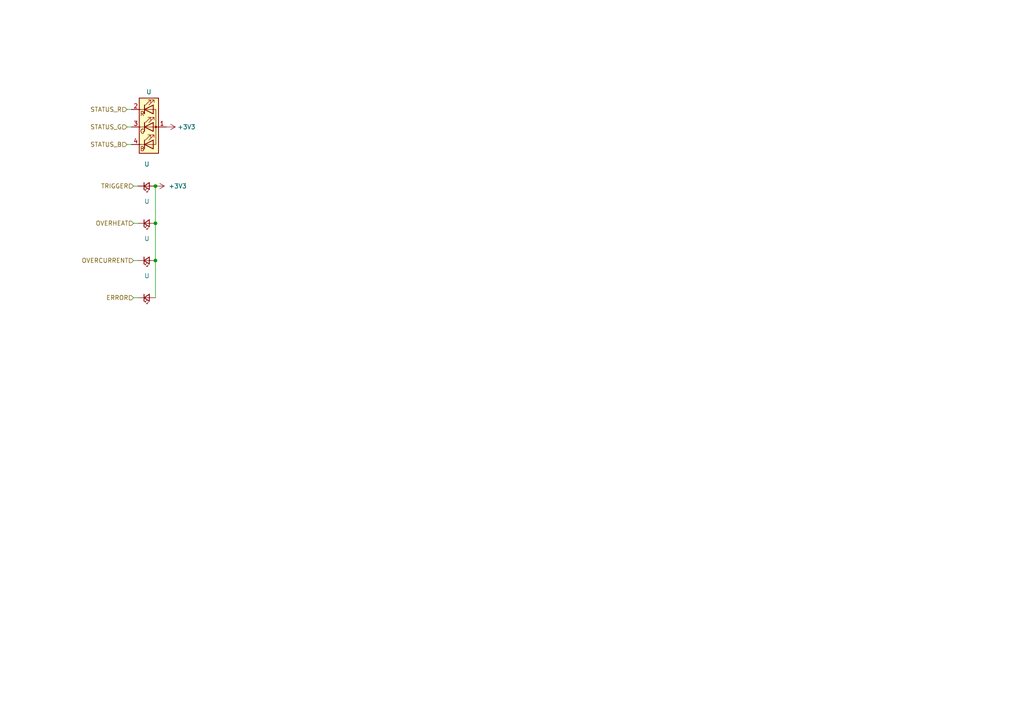
<source format=kicad_sch>
(kicad_sch (version 20220404) (generator eeschema)
  (paper "A4")
  (title_block (title "Front Panel") (date "2022-05-20") (rev "2"))
  (lib_symbols
    (symbol "Device:LED_ARGB" (pin_names (offset 0) hide)
      (property "Reference" "D" (at 0 9.398 0))
      (property "Value" "LED_ARGB" (at 0 -8.89 0))
      (symbol "LED_ARGB_0_0"
        (text "B" (at -1.905 -6.35 0) (effects (font (size 1.27 1.27))))
        (text "G" (at -1.905 -1.27 0) (effects (font (size 1.27 1.27))))
        (text "R" (at -1.905 3.81 0) (effects (font (size 1.27 1.27))))
      )
      (symbol "LED_ARGB_0_1"
        (polyline (pts (xy -1.27 -5.08) (xy -2.54 -5.08)))
        (polyline (pts (xy -1.27 -5.08) (xy 1.27 -5.08)))
        (polyline (pts (xy -1.27 -3.81) (xy -1.27 -6.35)) (stroke (width 0.254)))
        (polyline (pts (xy -1.27 0) (xy -2.54 0)))
        (polyline (pts (xy -1.27 1.27) (xy -1.27 -1.27)) (stroke (width 0.254)))
        (polyline (pts (xy -1.27 5.08) (xy -2.54 5.08)))
        (polyline (pts (xy -1.27 5.08) (xy 1.27 5.08)))
        (polyline (pts (xy -1.27 6.35) (xy -1.27 3.81)) (stroke (width 0.254)))
        (polyline (pts (xy 1.27 0) (xy -1.27 0)))
        (polyline (pts (xy 1.27 0) (xy 2.54 0)))
        (polyline (pts (xy -1.27 1.27) (xy -1.27 -1.27) (xy -1.27 -1.27)))
        (polyline (pts (xy -1.27 6.35) (xy -1.27 3.81) (xy -1.27 3.81)))
        (polyline (pts (xy 1.27 -5.08) (xy 2.032 -5.08) (xy 2.032 5.08) (xy 1.27 5.08)))
        (polyline (pts (xy 1.27 -3.81) (xy 1.27 -6.35) (xy -1.27 -5.08) (xy 1.27 -3.81)) (stroke (width 0.254)))
        (polyline (pts (xy 1.27 1.27) (xy 1.27 -1.27) (xy -1.27 0) (xy 1.27 1.27)) (stroke (width 0.254)))
        (polyline (pts (xy 1.27 6.35) (xy 1.27 3.81) (xy -1.27 5.08) (xy 1.27 6.35)) (stroke (width 0.254)))
        (polyline (pts (xy -1.016 -3.81) (xy 0.508 -2.286) (xy -0.254 -2.286) (xy 0.508 -2.286) (xy 0.508 -3.048)))
        (polyline (pts (xy -1.016 1.27) (xy 0.508 2.794) (xy -0.254 2.794) (xy 0.508 2.794) (xy 0.508 2.032)))
        (polyline (pts (xy -1.016 6.35) (xy 0.508 7.874) (xy -0.254 7.874) (xy 0.508 7.874) (xy 0.508 7.112)))
        (polyline (pts (xy 0 -3.81) (xy 1.524 -2.286) (xy 0.762 -2.286) (xy 1.524 -2.286) (xy 1.524 -3.048)))
        (polyline (pts (xy 0 1.27) (xy 1.524 2.794) (xy 0.762 2.794) (xy 1.524 2.794) (xy 1.524 2.032)))
        (polyline (pts (xy 0 6.35) (xy 1.524 7.874) (xy 0.762 7.874) (xy 1.524 7.874) (xy 1.524 7.112)))
        (rectangle (start 1.27 -1.27) (end 1.27 1.27))
        (rectangle (start 1.27 1.27) (end 1.27 1.27))
        (rectangle (start 1.27 3.81) (end 1.27 6.35))
        (rectangle (start 1.27 6.35) (end 1.27 6.35))
        (circle (center 2.032 0) (radius 0.254) (fill (type outline)))
        (rectangle (start 2.794 8.382) (end -2.794 -7.62) (stroke (width 0.254)) (fill (type background)))
      )
      (symbol "LED_ARGB_1_1"
        (pin passive line (at 5.08 0 180) (length 2.54) (name "A") (number "1"))
        (pin passive line (at -5.08 5.08 0) (length 2.54) (name "RK") (number "2"))
        (pin passive line (at -5.08 0 0) (length 2.54) (name "GK") (number "3"))
        (pin passive line (at -5.08 -5.08 0) (length 2.54) (name "BK") (number "4"))
      )
    )
    (symbol "Device:LED_Small" (pin_numbers hide) (pin_names (offset 0.254) hide)
      (property "Reference" "D" (at -1.27 3.175 0))
      (property "Value" "LED_Small" (at -4.445 -2.54 0))
      (symbol "LED_Small_0_1"
        (polyline (pts (xy -0.762 -1.016) (xy -0.762 1.016)) (stroke (width 0.254)))
        (polyline (pts (xy 1.016 0) (xy -0.762 0)))
        (polyline (pts (xy 0.762 -1.016) (xy -0.762 0) (xy 0.762 1.016) (xy 0.762 -1.016)) (stroke (width 0.254)))
        (polyline (pts (xy 0 0.762) (xy -0.508 1.27) (xy -0.254 1.27) (xy -0.508 1.27) (xy -0.508 1.016)))
        (polyline (pts (xy 0.508 1.27) (xy 0 1.778) (xy 0.254 1.778) (xy 0 1.778) (xy 0 1.524)))
      )
      (symbol "LED_Small_1_1"
        (pin passive line (at -2.54 0 0) (length 1.778) (name "K") (number "1"))
        (pin passive line (at 2.54 0 180) (length 1.778) (name "A") (number "2"))
      )
    )
    (symbol "power:+3V3" (power) (pin_names (offset 0))
      (property "Value" "+3V3" (at 0 3.556 0))
      (symbol "+3V3_0_1"
        (polyline (pts (xy -0.762 1.27) (xy 0 2.54)))
        (polyline (pts (xy 0 0) (xy 0 2.54)))
        (polyline (pts (xy 0 2.54) (xy 0.762 1.27)))
      )
      (symbol "+3V3_1_1"
        (pin power_in line (at 0 0 90) (length 0) hide (name "+3V3") (number "1"))
      )
    )
  )
  (junction (at 45.085 75.565))
  (junction (at 45.085 53.975))
  (junction (at 45.085 64.77))
  (wire (pts (xy 38.735 86.36) (xy 40.005 86.36)))
  (wire (pts (xy 38.735 75.565) (xy 40.005 75.565)))
  (wire (pts (xy 38.735 53.975) (xy 40.005 53.975)))
  (wire (pts (xy 38.735 64.77) (xy 40.005 64.77)))
  (wire (pts (xy 36.83 41.91) (xy 38.1 41.91)))
  (wire (pts (xy 36.83 31.75) (xy 38.1 31.75)))
  (wire (pts (xy 45.085 64.77) (xy 45.085 75.565)))
  (wire (pts (xy 45.085 53.975) (xy 45.085 64.77)))
  (wire (pts (xy 36.83 36.83) (xy 38.1 36.83)))
  (wire (pts (xy 45.085 75.565) (xy 45.085 86.36)))
  (hierarchical_label "TRIGGER" (shape input) (at 38.735 53.975 180))
  (hierarchical_label "ERROR" (shape input) (at 38.735 86.36 180))
  (hierarchical_label "STATUS_B" (shape input) (at 36.83 41.91 180))
  (hierarchical_label "OVERHEAT" (shape input) (at 38.735 64.77 180))
  (hierarchical_label "STATUS_G" (shape input) (at 36.83 36.83 180))
  (hierarchical_label "OVERCURRENT" (shape input) (at 38.735 75.565 180))
  (hierarchical_label "STATUS_R" (shape input) (at 36.83 31.75 180))
  (symbol (lib_id "Device:LED_Small") (at 42.545 75.565 0) (mirror x) (unit 1)
    (default_instance (reference "U") (unit 1) (value "") (footprint ""))
    (property "Reference" "U" (at 42.6085 69.215 0))
    (property "MPN" "156120YS82500" (effects hide))
  )
  (symbol (lib_id "power:+3V3") (at 48.26 36.83 270) (unit 1)
    (default_instance (reference "U") (unit 1) (value "") (footprint ""))
    (property "Reference" "U" (effects hide))
  )
  (symbol (lib_id "Device:LED_Small") (at 42.545 53.975 0) (mirror x) (unit 1)
    (default_instance (reference "U") (unit 1) (value "") (footprint ""))
    (property "Reference" "U" (at 42.6085 47.625 0))
    (property "MPN" "156120VS82500" (effects hide))
  )
  (symbol (lib_id "Device:LED_Small") (at 42.545 64.77 0) (mirror x) (unit 1)
    (default_instance (reference "U") (unit 1) (value "") (footprint ""))
    (property "Reference" "U" (at 42.6085 58.42 0))
    (property "MPN" "156120YS82500" (effects hide))
  )
  (symbol (lib_id "Device:LED_ARGB") (at 43.18 36.83 0) (unit 1)
    (default_instance (reference "U") (unit 1) (value "") (footprint ""))
    (property "Reference" "U" (at 43.18 26.67 0))
    (property "MPN" "IN-S128TATRGB" (effects hide))
  )
  (symbol (lib_id "power:+3V3") (at 45.085 53.975 270) (unit 1)
    (default_instance (reference "U") (unit 1) (value "") (footprint ""))
    (property "Reference" "U" (effects hide))
  )
  (symbol (lib_id "Device:LED_Small") (at 42.545 86.36 0) (mirror x) (unit 1)
    (default_instance (reference "U") (unit 1) (value "") (footprint ""))
    (property "Reference" "U" (at 42.6085 80.01 0))
    (property "MPN" "156120RS82500" (effects hide))
  )
)
</source>
